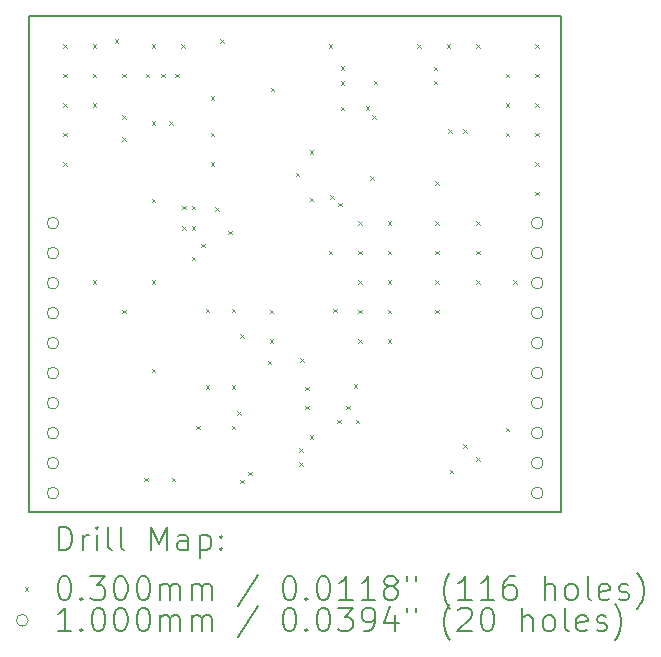
<source format=gbr>
%TF.GenerationSoftware,KiCad,Pcbnew,8.0.8*%
%TF.CreationDate,2025-06-14T11:12:51+09:00*%
%TF.ProjectId,stm32c0_fdcan_module,73746d33-3263-4305-9f66-6463616e5f6d,rev?*%
%TF.SameCoordinates,Original*%
%TF.FileFunction,Drillmap*%
%TF.FilePolarity,Positive*%
%FSLAX45Y45*%
G04 Gerber Fmt 4.5, Leading zero omitted, Abs format (unit mm)*
G04 Created by KiCad (PCBNEW 8.0.8) date 2025-06-14 11:12:51*
%MOMM*%
%LPD*%
G01*
G04 APERTURE LIST*
%ADD10C,0.200000*%
%ADD11C,0.100000*%
G04 APERTURE END LIST*
D10*
X10200000Y-7000000D02*
X14700000Y-7000000D01*
X14700000Y-11200000D01*
X10200000Y-11200000D01*
X10200000Y-7000000D01*
D11*
X10485000Y-7235000D02*
X10515000Y-7265000D01*
X10515000Y-7235000D02*
X10485000Y-7265000D01*
X10485000Y-7485000D02*
X10515000Y-7515000D01*
X10515000Y-7485000D02*
X10485000Y-7515000D01*
X10485000Y-7735000D02*
X10515000Y-7765000D01*
X10515000Y-7735000D02*
X10485000Y-7765000D01*
X10485000Y-7985000D02*
X10515000Y-8015000D01*
X10515000Y-7985000D02*
X10485000Y-8015000D01*
X10485000Y-8235000D02*
X10515000Y-8265000D01*
X10515000Y-8235000D02*
X10485000Y-8265000D01*
X10735000Y-7235000D02*
X10765000Y-7265000D01*
X10765000Y-7235000D02*
X10735000Y-7265000D01*
X10735000Y-7485000D02*
X10765000Y-7515000D01*
X10765000Y-7485000D02*
X10735000Y-7515000D01*
X10735000Y-7735000D02*
X10765000Y-7765000D01*
X10765000Y-7735000D02*
X10735000Y-7765000D01*
X10735000Y-9235000D02*
X10765000Y-9265000D01*
X10765000Y-9235000D02*
X10735000Y-9265000D01*
X10925000Y-7195000D02*
X10955000Y-7225000D01*
X10955000Y-7195000D02*
X10925000Y-7225000D01*
X10985000Y-7485000D02*
X11015000Y-7515000D01*
X11015000Y-7485000D02*
X10985000Y-7515000D01*
X10985000Y-7835000D02*
X11015000Y-7865000D01*
X11015000Y-7835000D02*
X10985000Y-7865000D01*
X10985000Y-8025000D02*
X11015000Y-8055000D01*
X11015000Y-8025000D02*
X10985000Y-8055000D01*
X10985000Y-9485000D02*
X11015000Y-9515000D01*
X11015000Y-9485000D02*
X10985000Y-9515000D01*
X11175000Y-10905000D02*
X11205000Y-10935000D01*
X11205000Y-10905000D02*
X11175000Y-10935000D01*
X11185000Y-7485000D02*
X11215000Y-7515000D01*
X11215000Y-7485000D02*
X11185000Y-7515000D01*
X11235000Y-7235000D02*
X11265000Y-7265000D01*
X11265000Y-7235000D02*
X11235000Y-7265000D01*
X11235000Y-7887500D02*
X11265000Y-7917500D01*
X11265000Y-7887500D02*
X11235000Y-7917500D01*
X11235000Y-8545000D02*
X11265000Y-8575000D01*
X11265000Y-8545000D02*
X11235000Y-8575000D01*
X11235000Y-9235000D02*
X11265000Y-9265000D01*
X11265000Y-9235000D02*
X11235000Y-9265000D01*
X11235000Y-9985000D02*
X11265000Y-10015000D01*
X11265000Y-9985000D02*
X11235000Y-10015000D01*
X11315000Y-7485000D02*
X11345000Y-7515000D01*
X11345000Y-7485000D02*
X11315000Y-7515000D01*
X11385000Y-7890000D02*
X11415000Y-7920000D01*
X11415000Y-7890000D02*
X11385000Y-7920000D01*
X11405000Y-10905000D02*
X11435000Y-10935000D01*
X11435000Y-10905000D02*
X11405000Y-10935000D01*
X11435000Y-7485000D02*
X11465000Y-7515000D01*
X11465000Y-7485000D02*
X11435000Y-7515000D01*
X11485000Y-7235000D02*
X11515000Y-7265000D01*
X11515000Y-7235000D02*
X11485000Y-7265000D01*
X11495000Y-8605000D02*
X11525000Y-8635000D01*
X11525000Y-8605000D02*
X11495000Y-8635000D01*
X11495000Y-8775000D02*
X11525000Y-8805000D01*
X11525000Y-8775000D02*
X11495000Y-8805000D01*
X11575000Y-8605000D02*
X11605000Y-8635000D01*
X11605000Y-8605000D02*
X11575000Y-8635000D01*
X11575000Y-8775000D02*
X11605000Y-8805000D01*
X11605000Y-8775000D02*
X11575000Y-8805000D01*
X11575000Y-9035000D02*
X11605000Y-9065000D01*
X11605000Y-9035000D02*
X11575000Y-9065000D01*
X11615000Y-10465000D02*
X11645000Y-10495000D01*
X11645000Y-10465000D02*
X11615000Y-10495000D01*
X11655000Y-8925000D02*
X11685000Y-8955000D01*
X11685000Y-8925000D02*
X11655000Y-8955000D01*
X11695000Y-9475000D02*
X11725000Y-9505000D01*
X11725000Y-9475000D02*
X11695000Y-9505000D01*
X11695000Y-10125000D02*
X11725000Y-10155000D01*
X11725000Y-10125000D02*
X11695000Y-10155000D01*
X11735000Y-7675000D02*
X11765000Y-7705000D01*
X11765000Y-7675000D02*
X11735000Y-7705000D01*
X11735000Y-7985000D02*
X11765000Y-8015000D01*
X11765000Y-7985000D02*
X11735000Y-8015000D01*
X11735000Y-8235000D02*
X11765000Y-8265000D01*
X11765000Y-8235000D02*
X11735000Y-8265000D01*
X11772500Y-8615000D02*
X11802500Y-8645000D01*
X11802500Y-8615000D02*
X11772500Y-8645000D01*
X11815000Y-7195000D02*
X11845000Y-7225000D01*
X11845000Y-7195000D02*
X11815000Y-7225000D01*
X11885000Y-8815000D02*
X11915000Y-8845000D01*
X11915000Y-8815000D02*
X11885000Y-8845000D01*
X11915000Y-9475000D02*
X11945000Y-9505000D01*
X11945000Y-9475000D02*
X11915000Y-9505000D01*
X11915000Y-10125000D02*
X11945000Y-10155000D01*
X11945000Y-10125000D02*
X11915000Y-10155000D01*
X11915000Y-10465000D02*
X11945000Y-10495000D01*
X11945000Y-10465000D02*
X11915000Y-10495000D01*
X11962500Y-10342500D02*
X11992500Y-10372500D01*
X11992500Y-10342500D02*
X11962500Y-10372500D01*
X11985000Y-10925000D02*
X12015000Y-10955000D01*
X12015000Y-10925000D02*
X11985000Y-10955000D01*
X11987500Y-9692500D02*
X12017500Y-9722500D01*
X12017500Y-9692500D02*
X11987500Y-9722500D01*
X12055000Y-10855000D02*
X12085000Y-10885000D01*
X12085000Y-10855000D02*
X12055000Y-10885000D01*
X12220000Y-9917500D02*
X12250000Y-9947500D01*
X12250000Y-9917500D02*
X12220000Y-9947500D01*
X12235000Y-9485000D02*
X12265000Y-9515000D01*
X12265000Y-9485000D02*
X12235000Y-9515000D01*
X12235000Y-9735000D02*
X12265000Y-9765000D01*
X12265000Y-9735000D02*
X12235000Y-9765000D01*
X12245000Y-7605000D02*
X12275000Y-7635000D01*
X12275000Y-7605000D02*
X12245000Y-7635000D01*
X12455000Y-8325000D02*
X12485000Y-8355000D01*
X12485000Y-8325000D02*
X12455000Y-8355000D01*
X12485000Y-10655000D02*
X12515000Y-10685000D01*
X12515000Y-10655000D02*
X12485000Y-10685000D01*
X12485000Y-10775000D02*
X12515000Y-10805000D01*
X12515000Y-10775000D02*
X12485000Y-10805000D01*
X12495000Y-9895000D02*
X12525000Y-9925000D01*
X12525000Y-9895000D02*
X12495000Y-9925000D01*
X12535000Y-10135000D02*
X12565000Y-10165000D01*
X12565000Y-10135000D02*
X12535000Y-10165000D01*
X12535000Y-10295000D02*
X12565000Y-10325000D01*
X12565000Y-10295000D02*
X12535000Y-10325000D01*
X12575000Y-8135000D02*
X12605000Y-8165000D01*
X12605000Y-8135000D02*
X12575000Y-8165000D01*
X12575000Y-8535000D02*
X12605000Y-8565000D01*
X12605000Y-8535000D02*
X12575000Y-8565000D01*
X12575000Y-10545000D02*
X12605000Y-10575000D01*
X12605000Y-10545000D02*
X12575000Y-10575000D01*
X12735000Y-7235000D02*
X12765000Y-7265000D01*
X12765000Y-7235000D02*
X12735000Y-7265000D01*
X12735000Y-8985000D02*
X12765000Y-9015000D01*
X12765000Y-8985000D02*
X12735000Y-9015000D01*
X12746867Y-8515000D02*
X12776867Y-8545000D01*
X12776867Y-8515000D02*
X12746867Y-8545000D01*
X12775000Y-9475000D02*
X12805000Y-9505000D01*
X12805000Y-9475000D02*
X12775000Y-9505000D01*
X12805000Y-10415000D02*
X12835000Y-10445000D01*
X12835000Y-10415000D02*
X12805000Y-10445000D01*
X12815000Y-8576421D02*
X12845000Y-8606421D01*
X12845000Y-8576421D02*
X12815000Y-8606421D01*
X12835000Y-7422500D02*
X12865000Y-7452500D01*
X12865000Y-7422500D02*
X12835000Y-7452500D01*
X12835000Y-7547500D02*
X12865000Y-7577500D01*
X12865000Y-7547500D02*
X12835000Y-7577500D01*
X12835000Y-7765000D02*
X12865000Y-7795000D01*
X12865000Y-7765000D02*
X12835000Y-7795000D01*
X12885000Y-10295000D02*
X12915000Y-10325000D01*
X12915000Y-10295000D02*
X12885000Y-10325000D01*
X12945000Y-10115000D02*
X12975000Y-10145000D01*
X12975000Y-10115000D02*
X12945000Y-10145000D01*
X12965000Y-10415000D02*
X12995000Y-10445000D01*
X12995000Y-10415000D02*
X12965000Y-10445000D01*
X12985000Y-8735000D02*
X13015000Y-8765000D01*
X13015000Y-8735000D02*
X12985000Y-8765000D01*
X12985000Y-8985000D02*
X13015000Y-9015000D01*
X13015000Y-8985000D02*
X12985000Y-9015000D01*
X12985000Y-9235000D02*
X13015000Y-9265000D01*
X13015000Y-9235000D02*
X12985000Y-9265000D01*
X12985000Y-9485000D02*
X13015000Y-9515000D01*
X13015000Y-9485000D02*
X12985000Y-9515000D01*
X12985000Y-9735000D02*
X13015000Y-9765000D01*
X13015000Y-9735000D02*
X12985000Y-9765000D01*
X13049278Y-7760722D02*
X13079278Y-7790722D01*
X13079278Y-7760722D02*
X13049278Y-7790722D01*
X13085000Y-8355000D02*
X13115000Y-8385000D01*
X13115000Y-8355000D02*
X13085000Y-8385000D01*
X13105000Y-7835000D02*
X13135000Y-7865000D01*
X13135000Y-7835000D02*
X13105000Y-7865000D01*
X13115000Y-7545000D02*
X13145000Y-7575000D01*
X13145000Y-7545000D02*
X13115000Y-7575000D01*
X13235000Y-8735000D02*
X13265000Y-8765000D01*
X13265000Y-8735000D02*
X13235000Y-8765000D01*
X13235000Y-8985000D02*
X13265000Y-9015000D01*
X13265000Y-8985000D02*
X13235000Y-9015000D01*
X13235000Y-9235000D02*
X13265000Y-9265000D01*
X13265000Y-9235000D02*
X13235000Y-9265000D01*
X13235000Y-9485000D02*
X13265000Y-9515000D01*
X13265000Y-9485000D02*
X13235000Y-9515000D01*
X13235000Y-9735000D02*
X13265000Y-9765000D01*
X13265000Y-9735000D02*
X13235000Y-9765000D01*
X13485000Y-7235000D02*
X13515000Y-7265000D01*
X13515000Y-7235000D02*
X13485000Y-7265000D01*
X13625000Y-7425000D02*
X13655000Y-7455000D01*
X13655000Y-7425000D02*
X13625000Y-7455000D01*
X13625000Y-7545000D02*
X13655000Y-7575000D01*
X13655000Y-7545000D02*
X13625000Y-7575000D01*
X13635000Y-8395000D02*
X13665000Y-8425000D01*
X13665000Y-8395000D02*
X13635000Y-8425000D01*
X13635000Y-8735000D02*
X13665000Y-8765000D01*
X13665000Y-8735000D02*
X13635000Y-8765000D01*
X13635000Y-8985000D02*
X13665000Y-9015000D01*
X13665000Y-8985000D02*
X13635000Y-9015000D01*
X13635000Y-9235000D02*
X13665000Y-9265000D01*
X13665000Y-9235000D02*
X13635000Y-9265000D01*
X13635000Y-9485000D02*
X13665000Y-9515000D01*
X13665000Y-9485000D02*
X13635000Y-9515000D01*
X13735000Y-7235000D02*
X13765000Y-7265000D01*
X13765000Y-7235000D02*
X13735000Y-7265000D01*
X13747500Y-7955000D02*
X13777500Y-7985000D01*
X13777500Y-7955000D02*
X13747500Y-7985000D01*
X13760000Y-10840000D02*
X13790000Y-10870000D01*
X13790000Y-10840000D02*
X13760000Y-10870000D01*
X13872500Y-7955000D02*
X13902500Y-7985000D01*
X13902500Y-7955000D02*
X13872500Y-7985000D01*
X13875000Y-10625000D02*
X13905000Y-10655000D01*
X13905000Y-10625000D02*
X13875000Y-10655000D01*
X13985000Y-7235000D02*
X14015000Y-7265000D01*
X14015000Y-7235000D02*
X13985000Y-7265000D01*
X13985000Y-8735000D02*
X14015000Y-8765000D01*
X14015000Y-8735000D02*
X13985000Y-8765000D01*
X13985000Y-8985000D02*
X14015000Y-9015000D01*
X14015000Y-8985000D02*
X13985000Y-9015000D01*
X13985000Y-9235000D02*
X14015000Y-9265000D01*
X14015000Y-9235000D02*
X13985000Y-9265000D01*
X13985000Y-10735000D02*
X14015000Y-10765000D01*
X14015000Y-10735000D02*
X13985000Y-10765000D01*
X14235000Y-7485000D02*
X14265000Y-7515000D01*
X14265000Y-7485000D02*
X14235000Y-7515000D01*
X14235000Y-7735000D02*
X14265000Y-7765000D01*
X14265000Y-7735000D02*
X14235000Y-7765000D01*
X14235000Y-7985000D02*
X14265000Y-8015000D01*
X14265000Y-7985000D02*
X14235000Y-8015000D01*
X14235000Y-10485000D02*
X14265000Y-10515000D01*
X14265000Y-10485000D02*
X14235000Y-10515000D01*
X14295000Y-9235000D02*
X14325000Y-9265000D01*
X14325000Y-9235000D02*
X14295000Y-9265000D01*
X14485000Y-7235000D02*
X14515000Y-7265000D01*
X14515000Y-7235000D02*
X14485000Y-7265000D01*
X14485000Y-7485000D02*
X14515000Y-7515000D01*
X14515000Y-7485000D02*
X14485000Y-7515000D01*
X14485000Y-7735000D02*
X14515000Y-7765000D01*
X14515000Y-7735000D02*
X14485000Y-7765000D01*
X14485000Y-7985000D02*
X14515000Y-8015000D01*
X14515000Y-7985000D02*
X14485000Y-8015000D01*
X14485000Y-8235000D02*
X14515000Y-8265000D01*
X14515000Y-8235000D02*
X14485000Y-8265000D01*
X14485000Y-8485000D02*
X14515000Y-8515000D01*
X14515000Y-8485000D02*
X14485000Y-8515000D01*
X10450000Y-8750000D02*
G75*
G02*
X10350000Y-8750000I-50000J0D01*
G01*
X10350000Y-8750000D02*
G75*
G02*
X10450000Y-8750000I50000J0D01*
G01*
X10450000Y-9004000D02*
G75*
G02*
X10350000Y-9004000I-50000J0D01*
G01*
X10350000Y-9004000D02*
G75*
G02*
X10450000Y-9004000I50000J0D01*
G01*
X10450000Y-9258000D02*
G75*
G02*
X10350000Y-9258000I-50000J0D01*
G01*
X10350000Y-9258000D02*
G75*
G02*
X10450000Y-9258000I50000J0D01*
G01*
X10450000Y-9512000D02*
G75*
G02*
X10350000Y-9512000I-50000J0D01*
G01*
X10350000Y-9512000D02*
G75*
G02*
X10450000Y-9512000I50000J0D01*
G01*
X10450000Y-9766000D02*
G75*
G02*
X10350000Y-9766000I-50000J0D01*
G01*
X10350000Y-9766000D02*
G75*
G02*
X10450000Y-9766000I50000J0D01*
G01*
X10450000Y-10020000D02*
G75*
G02*
X10350000Y-10020000I-50000J0D01*
G01*
X10350000Y-10020000D02*
G75*
G02*
X10450000Y-10020000I50000J0D01*
G01*
X10450000Y-10274000D02*
G75*
G02*
X10350000Y-10274000I-50000J0D01*
G01*
X10350000Y-10274000D02*
G75*
G02*
X10450000Y-10274000I50000J0D01*
G01*
X10450000Y-10528000D02*
G75*
G02*
X10350000Y-10528000I-50000J0D01*
G01*
X10350000Y-10528000D02*
G75*
G02*
X10450000Y-10528000I50000J0D01*
G01*
X10450000Y-10782000D02*
G75*
G02*
X10350000Y-10782000I-50000J0D01*
G01*
X10350000Y-10782000D02*
G75*
G02*
X10450000Y-10782000I50000J0D01*
G01*
X10450000Y-11036000D02*
G75*
G02*
X10350000Y-11036000I-50000J0D01*
G01*
X10350000Y-11036000D02*
G75*
G02*
X10450000Y-11036000I50000J0D01*
G01*
X14550000Y-8750000D02*
G75*
G02*
X14450000Y-8750000I-50000J0D01*
G01*
X14450000Y-8750000D02*
G75*
G02*
X14550000Y-8750000I50000J0D01*
G01*
X14550000Y-9004000D02*
G75*
G02*
X14450000Y-9004000I-50000J0D01*
G01*
X14450000Y-9004000D02*
G75*
G02*
X14550000Y-9004000I50000J0D01*
G01*
X14550000Y-9258000D02*
G75*
G02*
X14450000Y-9258000I-50000J0D01*
G01*
X14450000Y-9258000D02*
G75*
G02*
X14550000Y-9258000I50000J0D01*
G01*
X14550000Y-9512000D02*
G75*
G02*
X14450000Y-9512000I-50000J0D01*
G01*
X14450000Y-9512000D02*
G75*
G02*
X14550000Y-9512000I50000J0D01*
G01*
X14550000Y-9766000D02*
G75*
G02*
X14450000Y-9766000I-50000J0D01*
G01*
X14450000Y-9766000D02*
G75*
G02*
X14550000Y-9766000I50000J0D01*
G01*
X14550000Y-10020000D02*
G75*
G02*
X14450000Y-10020000I-50000J0D01*
G01*
X14450000Y-10020000D02*
G75*
G02*
X14550000Y-10020000I50000J0D01*
G01*
X14550000Y-10274000D02*
G75*
G02*
X14450000Y-10274000I-50000J0D01*
G01*
X14450000Y-10274000D02*
G75*
G02*
X14550000Y-10274000I50000J0D01*
G01*
X14550000Y-10528000D02*
G75*
G02*
X14450000Y-10528000I-50000J0D01*
G01*
X14450000Y-10528000D02*
G75*
G02*
X14550000Y-10528000I50000J0D01*
G01*
X14550000Y-10782000D02*
G75*
G02*
X14450000Y-10782000I-50000J0D01*
G01*
X14450000Y-10782000D02*
G75*
G02*
X14550000Y-10782000I50000J0D01*
G01*
X14550000Y-11036000D02*
G75*
G02*
X14450000Y-11036000I-50000J0D01*
G01*
X14450000Y-11036000D02*
G75*
G02*
X14550000Y-11036000I50000J0D01*
G01*
D10*
X10450777Y-11521484D02*
X10450777Y-11321484D01*
X10450777Y-11321484D02*
X10498396Y-11321484D01*
X10498396Y-11321484D02*
X10526967Y-11331008D01*
X10526967Y-11331008D02*
X10546015Y-11350055D01*
X10546015Y-11350055D02*
X10555539Y-11369103D01*
X10555539Y-11369103D02*
X10565063Y-11407198D01*
X10565063Y-11407198D02*
X10565063Y-11435769D01*
X10565063Y-11435769D02*
X10555539Y-11473865D01*
X10555539Y-11473865D02*
X10546015Y-11492912D01*
X10546015Y-11492912D02*
X10526967Y-11511960D01*
X10526967Y-11511960D02*
X10498396Y-11521484D01*
X10498396Y-11521484D02*
X10450777Y-11521484D01*
X10650777Y-11521484D02*
X10650777Y-11388150D01*
X10650777Y-11426246D02*
X10660301Y-11407198D01*
X10660301Y-11407198D02*
X10669824Y-11397674D01*
X10669824Y-11397674D02*
X10688872Y-11388150D01*
X10688872Y-11388150D02*
X10707920Y-11388150D01*
X10774586Y-11521484D02*
X10774586Y-11388150D01*
X10774586Y-11321484D02*
X10765063Y-11331008D01*
X10765063Y-11331008D02*
X10774586Y-11340531D01*
X10774586Y-11340531D02*
X10784110Y-11331008D01*
X10784110Y-11331008D02*
X10774586Y-11321484D01*
X10774586Y-11321484D02*
X10774586Y-11340531D01*
X10898396Y-11521484D02*
X10879348Y-11511960D01*
X10879348Y-11511960D02*
X10869824Y-11492912D01*
X10869824Y-11492912D02*
X10869824Y-11321484D01*
X11003158Y-11521484D02*
X10984110Y-11511960D01*
X10984110Y-11511960D02*
X10974586Y-11492912D01*
X10974586Y-11492912D02*
X10974586Y-11321484D01*
X11231729Y-11521484D02*
X11231729Y-11321484D01*
X11231729Y-11321484D02*
X11298396Y-11464341D01*
X11298396Y-11464341D02*
X11365062Y-11321484D01*
X11365062Y-11321484D02*
X11365062Y-11521484D01*
X11546015Y-11521484D02*
X11546015Y-11416722D01*
X11546015Y-11416722D02*
X11536491Y-11397674D01*
X11536491Y-11397674D02*
X11517443Y-11388150D01*
X11517443Y-11388150D02*
X11479348Y-11388150D01*
X11479348Y-11388150D02*
X11460301Y-11397674D01*
X11546015Y-11511960D02*
X11526967Y-11521484D01*
X11526967Y-11521484D02*
X11479348Y-11521484D01*
X11479348Y-11521484D02*
X11460301Y-11511960D01*
X11460301Y-11511960D02*
X11450777Y-11492912D01*
X11450777Y-11492912D02*
X11450777Y-11473865D01*
X11450777Y-11473865D02*
X11460301Y-11454817D01*
X11460301Y-11454817D02*
X11479348Y-11445293D01*
X11479348Y-11445293D02*
X11526967Y-11445293D01*
X11526967Y-11445293D02*
X11546015Y-11435769D01*
X11641253Y-11388150D02*
X11641253Y-11588150D01*
X11641253Y-11397674D02*
X11660301Y-11388150D01*
X11660301Y-11388150D02*
X11698396Y-11388150D01*
X11698396Y-11388150D02*
X11717443Y-11397674D01*
X11717443Y-11397674D02*
X11726967Y-11407198D01*
X11726967Y-11407198D02*
X11736491Y-11426246D01*
X11736491Y-11426246D02*
X11736491Y-11483388D01*
X11736491Y-11483388D02*
X11726967Y-11502436D01*
X11726967Y-11502436D02*
X11717443Y-11511960D01*
X11717443Y-11511960D02*
X11698396Y-11521484D01*
X11698396Y-11521484D02*
X11660301Y-11521484D01*
X11660301Y-11521484D02*
X11641253Y-11511960D01*
X11822205Y-11502436D02*
X11831729Y-11511960D01*
X11831729Y-11511960D02*
X11822205Y-11521484D01*
X11822205Y-11521484D02*
X11812682Y-11511960D01*
X11812682Y-11511960D02*
X11822205Y-11502436D01*
X11822205Y-11502436D02*
X11822205Y-11521484D01*
X11822205Y-11397674D02*
X11831729Y-11407198D01*
X11831729Y-11407198D02*
X11822205Y-11416722D01*
X11822205Y-11416722D02*
X11812682Y-11407198D01*
X11812682Y-11407198D02*
X11822205Y-11397674D01*
X11822205Y-11397674D02*
X11822205Y-11416722D01*
D11*
X10160000Y-11835000D02*
X10190000Y-11865000D01*
X10190000Y-11835000D02*
X10160000Y-11865000D01*
D10*
X10488872Y-11741484D02*
X10507920Y-11741484D01*
X10507920Y-11741484D02*
X10526967Y-11751008D01*
X10526967Y-11751008D02*
X10536491Y-11760531D01*
X10536491Y-11760531D02*
X10546015Y-11779579D01*
X10546015Y-11779579D02*
X10555539Y-11817674D01*
X10555539Y-11817674D02*
X10555539Y-11865293D01*
X10555539Y-11865293D02*
X10546015Y-11903388D01*
X10546015Y-11903388D02*
X10536491Y-11922436D01*
X10536491Y-11922436D02*
X10526967Y-11931960D01*
X10526967Y-11931960D02*
X10507920Y-11941484D01*
X10507920Y-11941484D02*
X10488872Y-11941484D01*
X10488872Y-11941484D02*
X10469824Y-11931960D01*
X10469824Y-11931960D02*
X10460301Y-11922436D01*
X10460301Y-11922436D02*
X10450777Y-11903388D01*
X10450777Y-11903388D02*
X10441253Y-11865293D01*
X10441253Y-11865293D02*
X10441253Y-11817674D01*
X10441253Y-11817674D02*
X10450777Y-11779579D01*
X10450777Y-11779579D02*
X10460301Y-11760531D01*
X10460301Y-11760531D02*
X10469824Y-11751008D01*
X10469824Y-11751008D02*
X10488872Y-11741484D01*
X10641253Y-11922436D02*
X10650777Y-11931960D01*
X10650777Y-11931960D02*
X10641253Y-11941484D01*
X10641253Y-11941484D02*
X10631729Y-11931960D01*
X10631729Y-11931960D02*
X10641253Y-11922436D01*
X10641253Y-11922436D02*
X10641253Y-11941484D01*
X10717444Y-11741484D02*
X10841253Y-11741484D01*
X10841253Y-11741484D02*
X10774586Y-11817674D01*
X10774586Y-11817674D02*
X10803158Y-11817674D01*
X10803158Y-11817674D02*
X10822205Y-11827198D01*
X10822205Y-11827198D02*
X10831729Y-11836722D01*
X10831729Y-11836722D02*
X10841253Y-11855769D01*
X10841253Y-11855769D02*
X10841253Y-11903388D01*
X10841253Y-11903388D02*
X10831729Y-11922436D01*
X10831729Y-11922436D02*
X10822205Y-11931960D01*
X10822205Y-11931960D02*
X10803158Y-11941484D01*
X10803158Y-11941484D02*
X10746015Y-11941484D01*
X10746015Y-11941484D02*
X10726967Y-11931960D01*
X10726967Y-11931960D02*
X10717444Y-11922436D01*
X10965063Y-11741484D02*
X10984110Y-11741484D01*
X10984110Y-11741484D02*
X11003158Y-11751008D01*
X11003158Y-11751008D02*
X11012682Y-11760531D01*
X11012682Y-11760531D02*
X11022205Y-11779579D01*
X11022205Y-11779579D02*
X11031729Y-11817674D01*
X11031729Y-11817674D02*
X11031729Y-11865293D01*
X11031729Y-11865293D02*
X11022205Y-11903388D01*
X11022205Y-11903388D02*
X11012682Y-11922436D01*
X11012682Y-11922436D02*
X11003158Y-11931960D01*
X11003158Y-11931960D02*
X10984110Y-11941484D01*
X10984110Y-11941484D02*
X10965063Y-11941484D01*
X10965063Y-11941484D02*
X10946015Y-11931960D01*
X10946015Y-11931960D02*
X10936491Y-11922436D01*
X10936491Y-11922436D02*
X10926967Y-11903388D01*
X10926967Y-11903388D02*
X10917444Y-11865293D01*
X10917444Y-11865293D02*
X10917444Y-11817674D01*
X10917444Y-11817674D02*
X10926967Y-11779579D01*
X10926967Y-11779579D02*
X10936491Y-11760531D01*
X10936491Y-11760531D02*
X10946015Y-11751008D01*
X10946015Y-11751008D02*
X10965063Y-11741484D01*
X11155539Y-11741484D02*
X11174586Y-11741484D01*
X11174586Y-11741484D02*
X11193634Y-11751008D01*
X11193634Y-11751008D02*
X11203158Y-11760531D01*
X11203158Y-11760531D02*
X11212682Y-11779579D01*
X11212682Y-11779579D02*
X11222205Y-11817674D01*
X11222205Y-11817674D02*
X11222205Y-11865293D01*
X11222205Y-11865293D02*
X11212682Y-11903388D01*
X11212682Y-11903388D02*
X11203158Y-11922436D01*
X11203158Y-11922436D02*
X11193634Y-11931960D01*
X11193634Y-11931960D02*
X11174586Y-11941484D01*
X11174586Y-11941484D02*
X11155539Y-11941484D01*
X11155539Y-11941484D02*
X11136491Y-11931960D01*
X11136491Y-11931960D02*
X11126967Y-11922436D01*
X11126967Y-11922436D02*
X11117444Y-11903388D01*
X11117444Y-11903388D02*
X11107920Y-11865293D01*
X11107920Y-11865293D02*
X11107920Y-11817674D01*
X11107920Y-11817674D02*
X11117444Y-11779579D01*
X11117444Y-11779579D02*
X11126967Y-11760531D01*
X11126967Y-11760531D02*
X11136491Y-11751008D01*
X11136491Y-11751008D02*
X11155539Y-11741484D01*
X11307920Y-11941484D02*
X11307920Y-11808150D01*
X11307920Y-11827198D02*
X11317443Y-11817674D01*
X11317443Y-11817674D02*
X11336491Y-11808150D01*
X11336491Y-11808150D02*
X11365063Y-11808150D01*
X11365063Y-11808150D02*
X11384110Y-11817674D01*
X11384110Y-11817674D02*
X11393634Y-11836722D01*
X11393634Y-11836722D02*
X11393634Y-11941484D01*
X11393634Y-11836722D02*
X11403158Y-11817674D01*
X11403158Y-11817674D02*
X11422205Y-11808150D01*
X11422205Y-11808150D02*
X11450777Y-11808150D01*
X11450777Y-11808150D02*
X11469824Y-11817674D01*
X11469824Y-11817674D02*
X11479348Y-11836722D01*
X11479348Y-11836722D02*
X11479348Y-11941484D01*
X11574586Y-11941484D02*
X11574586Y-11808150D01*
X11574586Y-11827198D02*
X11584110Y-11817674D01*
X11584110Y-11817674D02*
X11603158Y-11808150D01*
X11603158Y-11808150D02*
X11631729Y-11808150D01*
X11631729Y-11808150D02*
X11650777Y-11817674D01*
X11650777Y-11817674D02*
X11660301Y-11836722D01*
X11660301Y-11836722D02*
X11660301Y-11941484D01*
X11660301Y-11836722D02*
X11669824Y-11817674D01*
X11669824Y-11817674D02*
X11688872Y-11808150D01*
X11688872Y-11808150D02*
X11717443Y-11808150D01*
X11717443Y-11808150D02*
X11736491Y-11817674D01*
X11736491Y-11817674D02*
X11746015Y-11836722D01*
X11746015Y-11836722D02*
X11746015Y-11941484D01*
X12136491Y-11731960D02*
X11965063Y-11989103D01*
X12393634Y-11741484D02*
X12412682Y-11741484D01*
X12412682Y-11741484D02*
X12431729Y-11751008D01*
X12431729Y-11751008D02*
X12441253Y-11760531D01*
X12441253Y-11760531D02*
X12450777Y-11779579D01*
X12450777Y-11779579D02*
X12460301Y-11817674D01*
X12460301Y-11817674D02*
X12460301Y-11865293D01*
X12460301Y-11865293D02*
X12450777Y-11903388D01*
X12450777Y-11903388D02*
X12441253Y-11922436D01*
X12441253Y-11922436D02*
X12431729Y-11931960D01*
X12431729Y-11931960D02*
X12412682Y-11941484D01*
X12412682Y-11941484D02*
X12393634Y-11941484D01*
X12393634Y-11941484D02*
X12374586Y-11931960D01*
X12374586Y-11931960D02*
X12365063Y-11922436D01*
X12365063Y-11922436D02*
X12355539Y-11903388D01*
X12355539Y-11903388D02*
X12346015Y-11865293D01*
X12346015Y-11865293D02*
X12346015Y-11817674D01*
X12346015Y-11817674D02*
X12355539Y-11779579D01*
X12355539Y-11779579D02*
X12365063Y-11760531D01*
X12365063Y-11760531D02*
X12374586Y-11751008D01*
X12374586Y-11751008D02*
X12393634Y-11741484D01*
X12546015Y-11922436D02*
X12555539Y-11931960D01*
X12555539Y-11931960D02*
X12546015Y-11941484D01*
X12546015Y-11941484D02*
X12536491Y-11931960D01*
X12536491Y-11931960D02*
X12546015Y-11922436D01*
X12546015Y-11922436D02*
X12546015Y-11941484D01*
X12679348Y-11741484D02*
X12698396Y-11741484D01*
X12698396Y-11741484D02*
X12717444Y-11751008D01*
X12717444Y-11751008D02*
X12726967Y-11760531D01*
X12726967Y-11760531D02*
X12736491Y-11779579D01*
X12736491Y-11779579D02*
X12746015Y-11817674D01*
X12746015Y-11817674D02*
X12746015Y-11865293D01*
X12746015Y-11865293D02*
X12736491Y-11903388D01*
X12736491Y-11903388D02*
X12726967Y-11922436D01*
X12726967Y-11922436D02*
X12717444Y-11931960D01*
X12717444Y-11931960D02*
X12698396Y-11941484D01*
X12698396Y-11941484D02*
X12679348Y-11941484D01*
X12679348Y-11941484D02*
X12660301Y-11931960D01*
X12660301Y-11931960D02*
X12650777Y-11922436D01*
X12650777Y-11922436D02*
X12641253Y-11903388D01*
X12641253Y-11903388D02*
X12631729Y-11865293D01*
X12631729Y-11865293D02*
X12631729Y-11817674D01*
X12631729Y-11817674D02*
X12641253Y-11779579D01*
X12641253Y-11779579D02*
X12650777Y-11760531D01*
X12650777Y-11760531D02*
X12660301Y-11751008D01*
X12660301Y-11751008D02*
X12679348Y-11741484D01*
X12936491Y-11941484D02*
X12822206Y-11941484D01*
X12879348Y-11941484D02*
X12879348Y-11741484D01*
X12879348Y-11741484D02*
X12860301Y-11770055D01*
X12860301Y-11770055D02*
X12841253Y-11789103D01*
X12841253Y-11789103D02*
X12822206Y-11798627D01*
X13126967Y-11941484D02*
X13012682Y-11941484D01*
X13069825Y-11941484D02*
X13069825Y-11741484D01*
X13069825Y-11741484D02*
X13050777Y-11770055D01*
X13050777Y-11770055D02*
X13031729Y-11789103D01*
X13031729Y-11789103D02*
X13012682Y-11798627D01*
X13241253Y-11827198D02*
X13222206Y-11817674D01*
X13222206Y-11817674D02*
X13212682Y-11808150D01*
X13212682Y-11808150D02*
X13203158Y-11789103D01*
X13203158Y-11789103D02*
X13203158Y-11779579D01*
X13203158Y-11779579D02*
X13212682Y-11760531D01*
X13212682Y-11760531D02*
X13222206Y-11751008D01*
X13222206Y-11751008D02*
X13241253Y-11741484D01*
X13241253Y-11741484D02*
X13279348Y-11741484D01*
X13279348Y-11741484D02*
X13298396Y-11751008D01*
X13298396Y-11751008D02*
X13307920Y-11760531D01*
X13307920Y-11760531D02*
X13317444Y-11779579D01*
X13317444Y-11779579D02*
X13317444Y-11789103D01*
X13317444Y-11789103D02*
X13307920Y-11808150D01*
X13307920Y-11808150D02*
X13298396Y-11817674D01*
X13298396Y-11817674D02*
X13279348Y-11827198D01*
X13279348Y-11827198D02*
X13241253Y-11827198D01*
X13241253Y-11827198D02*
X13222206Y-11836722D01*
X13222206Y-11836722D02*
X13212682Y-11846246D01*
X13212682Y-11846246D02*
X13203158Y-11865293D01*
X13203158Y-11865293D02*
X13203158Y-11903388D01*
X13203158Y-11903388D02*
X13212682Y-11922436D01*
X13212682Y-11922436D02*
X13222206Y-11931960D01*
X13222206Y-11931960D02*
X13241253Y-11941484D01*
X13241253Y-11941484D02*
X13279348Y-11941484D01*
X13279348Y-11941484D02*
X13298396Y-11931960D01*
X13298396Y-11931960D02*
X13307920Y-11922436D01*
X13307920Y-11922436D02*
X13317444Y-11903388D01*
X13317444Y-11903388D02*
X13317444Y-11865293D01*
X13317444Y-11865293D02*
X13307920Y-11846246D01*
X13307920Y-11846246D02*
X13298396Y-11836722D01*
X13298396Y-11836722D02*
X13279348Y-11827198D01*
X13393634Y-11741484D02*
X13393634Y-11779579D01*
X13469825Y-11741484D02*
X13469825Y-11779579D01*
X13765063Y-12017674D02*
X13755539Y-12008150D01*
X13755539Y-12008150D02*
X13736491Y-11979579D01*
X13736491Y-11979579D02*
X13726968Y-11960531D01*
X13726968Y-11960531D02*
X13717444Y-11931960D01*
X13717444Y-11931960D02*
X13707920Y-11884341D01*
X13707920Y-11884341D02*
X13707920Y-11846246D01*
X13707920Y-11846246D02*
X13717444Y-11798627D01*
X13717444Y-11798627D02*
X13726968Y-11770055D01*
X13726968Y-11770055D02*
X13736491Y-11751008D01*
X13736491Y-11751008D02*
X13755539Y-11722436D01*
X13755539Y-11722436D02*
X13765063Y-11712912D01*
X13946015Y-11941484D02*
X13831729Y-11941484D01*
X13888872Y-11941484D02*
X13888872Y-11741484D01*
X13888872Y-11741484D02*
X13869825Y-11770055D01*
X13869825Y-11770055D02*
X13850777Y-11789103D01*
X13850777Y-11789103D02*
X13831729Y-11798627D01*
X14136491Y-11941484D02*
X14022206Y-11941484D01*
X14079348Y-11941484D02*
X14079348Y-11741484D01*
X14079348Y-11741484D02*
X14060301Y-11770055D01*
X14060301Y-11770055D02*
X14041253Y-11789103D01*
X14041253Y-11789103D02*
X14022206Y-11798627D01*
X14307920Y-11741484D02*
X14269825Y-11741484D01*
X14269825Y-11741484D02*
X14250777Y-11751008D01*
X14250777Y-11751008D02*
X14241253Y-11760531D01*
X14241253Y-11760531D02*
X14222206Y-11789103D01*
X14222206Y-11789103D02*
X14212682Y-11827198D01*
X14212682Y-11827198D02*
X14212682Y-11903388D01*
X14212682Y-11903388D02*
X14222206Y-11922436D01*
X14222206Y-11922436D02*
X14231729Y-11931960D01*
X14231729Y-11931960D02*
X14250777Y-11941484D01*
X14250777Y-11941484D02*
X14288872Y-11941484D01*
X14288872Y-11941484D02*
X14307920Y-11931960D01*
X14307920Y-11931960D02*
X14317444Y-11922436D01*
X14317444Y-11922436D02*
X14326968Y-11903388D01*
X14326968Y-11903388D02*
X14326968Y-11855769D01*
X14326968Y-11855769D02*
X14317444Y-11836722D01*
X14317444Y-11836722D02*
X14307920Y-11827198D01*
X14307920Y-11827198D02*
X14288872Y-11817674D01*
X14288872Y-11817674D02*
X14250777Y-11817674D01*
X14250777Y-11817674D02*
X14231729Y-11827198D01*
X14231729Y-11827198D02*
X14222206Y-11836722D01*
X14222206Y-11836722D02*
X14212682Y-11855769D01*
X14565063Y-11941484D02*
X14565063Y-11741484D01*
X14650777Y-11941484D02*
X14650777Y-11836722D01*
X14650777Y-11836722D02*
X14641253Y-11817674D01*
X14641253Y-11817674D02*
X14622206Y-11808150D01*
X14622206Y-11808150D02*
X14593634Y-11808150D01*
X14593634Y-11808150D02*
X14574587Y-11817674D01*
X14574587Y-11817674D02*
X14565063Y-11827198D01*
X14774587Y-11941484D02*
X14755539Y-11931960D01*
X14755539Y-11931960D02*
X14746015Y-11922436D01*
X14746015Y-11922436D02*
X14736491Y-11903388D01*
X14736491Y-11903388D02*
X14736491Y-11846246D01*
X14736491Y-11846246D02*
X14746015Y-11827198D01*
X14746015Y-11827198D02*
X14755539Y-11817674D01*
X14755539Y-11817674D02*
X14774587Y-11808150D01*
X14774587Y-11808150D02*
X14803158Y-11808150D01*
X14803158Y-11808150D02*
X14822206Y-11817674D01*
X14822206Y-11817674D02*
X14831730Y-11827198D01*
X14831730Y-11827198D02*
X14841253Y-11846246D01*
X14841253Y-11846246D02*
X14841253Y-11903388D01*
X14841253Y-11903388D02*
X14831730Y-11922436D01*
X14831730Y-11922436D02*
X14822206Y-11931960D01*
X14822206Y-11931960D02*
X14803158Y-11941484D01*
X14803158Y-11941484D02*
X14774587Y-11941484D01*
X14955539Y-11941484D02*
X14936491Y-11931960D01*
X14936491Y-11931960D02*
X14926968Y-11912912D01*
X14926968Y-11912912D02*
X14926968Y-11741484D01*
X15107920Y-11931960D02*
X15088872Y-11941484D01*
X15088872Y-11941484D02*
X15050777Y-11941484D01*
X15050777Y-11941484D02*
X15031730Y-11931960D01*
X15031730Y-11931960D02*
X15022206Y-11912912D01*
X15022206Y-11912912D02*
X15022206Y-11836722D01*
X15022206Y-11836722D02*
X15031730Y-11817674D01*
X15031730Y-11817674D02*
X15050777Y-11808150D01*
X15050777Y-11808150D02*
X15088872Y-11808150D01*
X15088872Y-11808150D02*
X15107920Y-11817674D01*
X15107920Y-11817674D02*
X15117444Y-11836722D01*
X15117444Y-11836722D02*
X15117444Y-11855769D01*
X15117444Y-11855769D02*
X15022206Y-11874817D01*
X15193634Y-11931960D02*
X15212682Y-11941484D01*
X15212682Y-11941484D02*
X15250777Y-11941484D01*
X15250777Y-11941484D02*
X15269825Y-11931960D01*
X15269825Y-11931960D02*
X15279349Y-11912912D01*
X15279349Y-11912912D02*
X15279349Y-11903388D01*
X15279349Y-11903388D02*
X15269825Y-11884341D01*
X15269825Y-11884341D02*
X15250777Y-11874817D01*
X15250777Y-11874817D02*
X15222206Y-11874817D01*
X15222206Y-11874817D02*
X15203158Y-11865293D01*
X15203158Y-11865293D02*
X15193634Y-11846246D01*
X15193634Y-11846246D02*
X15193634Y-11836722D01*
X15193634Y-11836722D02*
X15203158Y-11817674D01*
X15203158Y-11817674D02*
X15222206Y-11808150D01*
X15222206Y-11808150D02*
X15250777Y-11808150D01*
X15250777Y-11808150D02*
X15269825Y-11817674D01*
X15346015Y-12017674D02*
X15355539Y-12008150D01*
X15355539Y-12008150D02*
X15374587Y-11979579D01*
X15374587Y-11979579D02*
X15384111Y-11960531D01*
X15384111Y-11960531D02*
X15393634Y-11931960D01*
X15393634Y-11931960D02*
X15403158Y-11884341D01*
X15403158Y-11884341D02*
X15403158Y-11846246D01*
X15403158Y-11846246D02*
X15393634Y-11798627D01*
X15393634Y-11798627D02*
X15384111Y-11770055D01*
X15384111Y-11770055D02*
X15374587Y-11751008D01*
X15374587Y-11751008D02*
X15355539Y-11722436D01*
X15355539Y-11722436D02*
X15346015Y-11712912D01*
D11*
X10190000Y-12114000D02*
G75*
G02*
X10090000Y-12114000I-50000J0D01*
G01*
X10090000Y-12114000D02*
G75*
G02*
X10190000Y-12114000I50000J0D01*
G01*
D10*
X10555539Y-12205484D02*
X10441253Y-12205484D01*
X10498396Y-12205484D02*
X10498396Y-12005484D01*
X10498396Y-12005484D02*
X10479348Y-12034055D01*
X10479348Y-12034055D02*
X10460301Y-12053103D01*
X10460301Y-12053103D02*
X10441253Y-12062627D01*
X10641253Y-12186436D02*
X10650777Y-12195960D01*
X10650777Y-12195960D02*
X10641253Y-12205484D01*
X10641253Y-12205484D02*
X10631729Y-12195960D01*
X10631729Y-12195960D02*
X10641253Y-12186436D01*
X10641253Y-12186436D02*
X10641253Y-12205484D01*
X10774586Y-12005484D02*
X10793634Y-12005484D01*
X10793634Y-12005484D02*
X10812682Y-12015008D01*
X10812682Y-12015008D02*
X10822205Y-12024531D01*
X10822205Y-12024531D02*
X10831729Y-12043579D01*
X10831729Y-12043579D02*
X10841253Y-12081674D01*
X10841253Y-12081674D02*
X10841253Y-12129293D01*
X10841253Y-12129293D02*
X10831729Y-12167388D01*
X10831729Y-12167388D02*
X10822205Y-12186436D01*
X10822205Y-12186436D02*
X10812682Y-12195960D01*
X10812682Y-12195960D02*
X10793634Y-12205484D01*
X10793634Y-12205484D02*
X10774586Y-12205484D01*
X10774586Y-12205484D02*
X10755539Y-12195960D01*
X10755539Y-12195960D02*
X10746015Y-12186436D01*
X10746015Y-12186436D02*
X10736491Y-12167388D01*
X10736491Y-12167388D02*
X10726967Y-12129293D01*
X10726967Y-12129293D02*
X10726967Y-12081674D01*
X10726967Y-12081674D02*
X10736491Y-12043579D01*
X10736491Y-12043579D02*
X10746015Y-12024531D01*
X10746015Y-12024531D02*
X10755539Y-12015008D01*
X10755539Y-12015008D02*
X10774586Y-12005484D01*
X10965063Y-12005484D02*
X10984110Y-12005484D01*
X10984110Y-12005484D02*
X11003158Y-12015008D01*
X11003158Y-12015008D02*
X11012682Y-12024531D01*
X11012682Y-12024531D02*
X11022205Y-12043579D01*
X11022205Y-12043579D02*
X11031729Y-12081674D01*
X11031729Y-12081674D02*
X11031729Y-12129293D01*
X11031729Y-12129293D02*
X11022205Y-12167388D01*
X11022205Y-12167388D02*
X11012682Y-12186436D01*
X11012682Y-12186436D02*
X11003158Y-12195960D01*
X11003158Y-12195960D02*
X10984110Y-12205484D01*
X10984110Y-12205484D02*
X10965063Y-12205484D01*
X10965063Y-12205484D02*
X10946015Y-12195960D01*
X10946015Y-12195960D02*
X10936491Y-12186436D01*
X10936491Y-12186436D02*
X10926967Y-12167388D01*
X10926967Y-12167388D02*
X10917444Y-12129293D01*
X10917444Y-12129293D02*
X10917444Y-12081674D01*
X10917444Y-12081674D02*
X10926967Y-12043579D01*
X10926967Y-12043579D02*
X10936491Y-12024531D01*
X10936491Y-12024531D02*
X10946015Y-12015008D01*
X10946015Y-12015008D02*
X10965063Y-12005484D01*
X11155539Y-12005484D02*
X11174586Y-12005484D01*
X11174586Y-12005484D02*
X11193634Y-12015008D01*
X11193634Y-12015008D02*
X11203158Y-12024531D01*
X11203158Y-12024531D02*
X11212682Y-12043579D01*
X11212682Y-12043579D02*
X11222205Y-12081674D01*
X11222205Y-12081674D02*
X11222205Y-12129293D01*
X11222205Y-12129293D02*
X11212682Y-12167388D01*
X11212682Y-12167388D02*
X11203158Y-12186436D01*
X11203158Y-12186436D02*
X11193634Y-12195960D01*
X11193634Y-12195960D02*
X11174586Y-12205484D01*
X11174586Y-12205484D02*
X11155539Y-12205484D01*
X11155539Y-12205484D02*
X11136491Y-12195960D01*
X11136491Y-12195960D02*
X11126967Y-12186436D01*
X11126967Y-12186436D02*
X11117444Y-12167388D01*
X11117444Y-12167388D02*
X11107920Y-12129293D01*
X11107920Y-12129293D02*
X11107920Y-12081674D01*
X11107920Y-12081674D02*
X11117444Y-12043579D01*
X11117444Y-12043579D02*
X11126967Y-12024531D01*
X11126967Y-12024531D02*
X11136491Y-12015008D01*
X11136491Y-12015008D02*
X11155539Y-12005484D01*
X11307920Y-12205484D02*
X11307920Y-12072150D01*
X11307920Y-12091198D02*
X11317443Y-12081674D01*
X11317443Y-12081674D02*
X11336491Y-12072150D01*
X11336491Y-12072150D02*
X11365063Y-12072150D01*
X11365063Y-12072150D02*
X11384110Y-12081674D01*
X11384110Y-12081674D02*
X11393634Y-12100722D01*
X11393634Y-12100722D02*
X11393634Y-12205484D01*
X11393634Y-12100722D02*
X11403158Y-12081674D01*
X11403158Y-12081674D02*
X11422205Y-12072150D01*
X11422205Y-12072150D02*
X11450777Y-12072150D01*
X11450777Y-12072150D02*
X11469824Y-12081674D01*
X11469824Y-12081674D02*
X11479348Y-12100722D01*
X11479348Y-12100722D02*
X11479348Y-12205484D01*
X11574586Y-12205484D02*
X11574586Y-12072150D01*
X11574586Y-12091198D02*
X11584110Y-12081674D01*
X11584110Y-12081674D02*
X11603158Y-12072150D01*
X11603158Y-12072150D02*
X11631729Y-12072150D01*
X11631729Y-12072150D02*
X11650777Y-12081674D01*
X11650777Y-12081674D02*
X11660301Y-12100722D01*
X11660301Y-12100722D02*
X11660301Y-12205484D01*
X11660301Y-12100722D02*
X11669824Y-12081674D01*
X11669824Y-12081674D02*
X11688872Y-12072150D01*
X11688872Y-12072150D02*
X11717443Y-12072150D01*
X11717443Y-12072150D02*
X11736491Y-12081674D01*
X11736491Y-12081674D02*
X11746015Y-12100722D01*
X11746015Y-12100722D02*
X11746015Y-12205484D01*
X12136491Y-11995960D02*
X11965063Y-12253103D01*
X12393634Y-12005484D02*
X12412682Y-12005484D01*
X12412682Y-12005484D02*
X12431729Y-12015008D01*
X12431729Y-12015008D02*
X12441253Y-12024531D01*
X12441253Y-12024531D02*
X12450777Y-12043579D01*
X12450777Y-12043579D02*
X12460301Y-12081674D01*
X12460301Y-12081674D02*
X12460301Y-12129293D01*
X12460301Y-12129293D02*
X12450777Y-12167388D01*
X12450777Y-12167388D02*
X12441253Y-12186436D01*
X12441253Y-12186436D02*
X12431729Y-12195960D01*
X12431729Y-12195960D02*
X12412682Y-12205484D01*
X12412682Y-12205484D02*
X12393634Y-12205484D01*
X12393634Y-12205484D02*
X12374586Y-12195960D01*
X12374586Y-12195960D02*
X12365063Y-12186436D01*
X12365063Y-12186436D02*
X12355539Y-12167388D01*
X12355539Y-12167388D02*
X12346015Y-12129293D01*
X12346015Y-12129293D02*
X12346015Y-12081674D01*
X12346015Y-12081674D02*
X12355539Y-12043579D01*
X12355539Y-12043579D02*
X12365063Y-12024531D01*
X12365063Y-12024531D02*
X12374586Y-12015008D01*
X12374586Y-12015008D02*
X12393634Y-12005484D01*
X12546015Y-12186436D02*
X12555539Y-12195960D01*
X12555539Y-12195960D02*
X12546015Y-12205484D01*
X12546015Y-12205484D02*
X12536491Y-12195960D01*
X12536491Y-12195960D02*
X12546015Y-12186436D01*
X12546015Y-12186436D02*
X12546015Y-12205484D01*
X12679348Y-12005484D02*
X12698396Y-12005484D01*
X12698396Y-12005484D02*
X12717444Y-12015008D01*
X12717444Y-12015008D02*
X12726967Y-12024531D01*
X12726967Y-12024531D02*
X12736491Y-12043579D01*
X12736491Y-12043579D02*
X12746015Y-12081674D01*
X12746015Y-12081674D02*
X12746015Y-12129293D01*
X12746015Y-12129293D02*
X12736491Y-12167388D01*
X12736491Y-12167388D02*
X12726967Y-12186436D01*
X12726967Y-12186436D02*
X12717444Y-12195960D01*
X12717444Y-12195960D02*
X12698396Y-12205484D01*
X12698396Y-12205484D02*
X12679348Y-12205484D01*
X12679348Y-12205484D02*
X12660301Y-12195960D01*
X12660301Y-12195960D02*
X12650777Y-12186436D01*
X12650777Y-12186436D02*
X12641253Y-12167388D01*
X12641253Y-12167388D02*
X12631729Y-12129293D01*
X12631729Y-12129293D02*
X12631729Y-12081674D01*
X12631729Y-12081674D02*
X12641253Y-12043579D01*
X12641253Y-12043579D02*
X12650777Y-12024531D01*
X12650777Y-12024531D02*
X12660301Y-12015008D01*
X12660301Y-12015008D02*
X12679348Y-12005484D01*
X12812682Y-12005484D02*
X12936491Y-12005484D01*
X12936491Y-12005484D02*
X12869825Y-12081674D01*
X12869825Y-12081674D02*
X12898396Y-12081674D01*
X12898396Y-12081674D02*
X12917444Y-12091198D01*
X12917444Y-12091198D02*
X12926967Y-12100722D01*
X12926967Y-12100722D02*
X12936491Y-12119769D01*
X12936491Y-12119769D02*
X12936491Y-12167388D01*
X12936491Y-12167388D02*
X12926967Y-12186436D01*
X12926967Y-12186436D02*
X12917444Y-12195960D01*
X12917444Y-12195960D02*
X12898396Y-12205484D01*
X12898396Y-12205484D02*
X12841253Y-12205484D01*
X12841253Y-12205484D02*
X12822206Y-12195960D01*
X12822206Y-12195960D02*
X12812682Y-12186436D01*
X13031729Y-12205484D02*
X13069825Y-12205484D01*
X13069825Y-12205484D02*
X13088872Y-12195960D01*
X13088872Y-12195960D02*
X13098396Y-12186436D01*
X13098396Y-12186436D02*
X13117444Y-12157865D01*
X13117444Y-12157865D02*
X13126967Y-12119769D01*
X13126967Y-12119769D02*
X13126967Y-12043579D01*
X13126967Y-12043579D02*
X13117444Y-12024531D01*
X13117444Y-12024531D02*
X13107920Y-12015008D01*
X13107920Y-12015008D02*
X13088872Y-12005484D01*
X13088872Y-12005484D02*
X13050777Y-12005484D01*
X13050777Y-12005484D02*
X13031729Y-12015008D01*
X13031729Y-12015008D02*
X13022206Y-12024531D01*
X13022206Y-12024531D02*
X13012682Y-12043579D01*
X13012682Y-12043579D02*
X13012682Y-12091198D01*
X13012682Y-12091198D02*
X13022206Y-12110246D01*
X13022206Y-12110246D02*
X13031729Y-12119769D01*
X13031729Y-12119769D02*
X13050777Y-12129293D01*
X13050777Y-12129293D02*
X13088872Y-12129293D01*
X13088872Y-12129293D02*
X13107920Y-12119769D01*
X13107920Y-12119769D02*
X13117444Y-12110246D01*
X13117444Y-12110246D02*
X13126967Y-12091198D01*
X13298396Y-12072150D02*
X13298396Y-12205484D01*
X13250777Y-11995960D02*
X13203158Y-12138817D01*
X13203158Y-12138817D02*
X13326967Y-12138817D01*
X13393634Y-12005484D02*
X13393634Y-12043579D01*
X13469825Y-12005484D02*
X13469825Y-12043579D01*
X13765063Y-12281674D02*
X13755539Y-12272150D01*
X13755539Y-12272150D02*
X13736491Y-12243579D01*
X13736491Y-12243579D02*
X13726968Y-12224531D01*
X13726968Y-12224531D02*
X13717444Y-12195960D01*
X13717444Y-12195960D02*
X13707920Y-12148341D01*
X13707920Y-12148341D02*
X13707920Y-12110246D01*
X13707920Y-12110246D02*
X13717444Y-12062627D01*
X13717444Y-12062627D02*
X13726968Y-12034055D01*
X13726968Y-12034055D02*
X13736491Y-12015008D01*
X13736491Y-12015008D02*
X13755539Y-11986436D01*
X13755539Y-11986436D02*
X13765063Y-11976912D01*
X13831729Y-12024531D02*
X13841253Y-12015008D01*
X13841253Y-12015008D02*
X13860301Y-12005484D01*
X13860301Y-12005484D02*
X13907920Y-12005484D01*
X13907920Y-12005484D02*
X13926968Y-12015008D01*
X13926968Y-12015008D02*
X13936491Y-12024531D01*
X13936491Y-12024531D02*
X13946015Y-12043579D01*
X13946015Y-12043579D02*
X13946015Y-12062627D01*
X13946015Y-12062627D02*
X13936491Y-12091198D01*
X13936491Y-12091198D02*
X13822206Y-12205484D01*
X13822206Y-12205484D02*
X13946015Y-12205484D01*
X14069825Y-12005484D02*
X14088872Y-12005484D01*
X14088872Y-12005484D02*
X14107920Y-12015008D01*
X14107920Y-12015008D02*
X14117444Y-12024531D01*
X14117444Y-12024531D02*
X14126968Y-12043579D01*
X14126968Y-12043579D02*
X14136491Y-12081674D01*
X14136491Y-12081674D02*
X14136491Y-12129293D01*
X14136491Y-12129293D02*
X14126968Y-12167388D01*
X14126968Y-12167388D02*
X14117444Y-12186436D01*
X14117444Y-12186436D02*
X14107920Y-12195960D01*
X14107920Y-12195960D02*
X14088872Y-12205484D01*
X14088872Y-12205484D02*
X14069825Y-12205484D01*
X14069825Y-12205484D02*
X14050777Y-12195960D01*
X14050777Y-12195960D02*
X14041253Y-12186436D01*
X14041253Y-12186436D02*
X14031729Y-12167388D01*
X14031729Y-12167388D02*
X14022206Y-12129293D01*
X14022206Y-12129293D02*
X14022206Y-12081674D01*
X14022206Y-12081674D02*
X14031729Y-12043579D01*
X14031729Y-12043579D02*
X14041253Y-12024531D01*
X14041253Y-12024531D02*
X14050777Y-12015008D01*
X14050777Y-12015008D02*
X14069825Y-12005484D01*
X14374587Y-12205484D02*
X14374587Y-12005484D01*
X14460301Y-12205484D02*
X14460301Y-12100722D01*
X14460301Y-12100722D02*
X14450777Y-12081674D01*
X14450777Y-12081674D02*
X14431730Y-12072150D01*
X14431730Y-12072150D02*
X14403158Y-12072150D01*
X14403158Y-12072150D02*
X14384110Y-12081674D01*
X14384110Y-12081674D02*
X14374587Y-12091198D01*
X14584110Y-12205484D02*
X14565063Y-12195960D01*
X14565063Y-12195960D02*
X14555539Y-12186436D01*
X14555539Y-12186436D02*
X14546015Y-12167388D01*
X14546015Y-12167388D02*
X14546015Y-12110246D01*
X14546015Y-12110246D02*
X14555539Y-12091198D01*
X14555539Y-12091198D02*
X14565063Y-12081674D01*
X14565063Y-12081674D02*
X14584110Y-12072150D01*
X14584110Y-12072150D02*
X14612682Y-12072150D01*
X14612682Y-12072150D02*
X14631730Y-12081674D01*
X14631730Y-12081674D02*
X14641253Y-12091198D01*
X14641253Y-12091198D02*
X14650777Y-12110246D01*
X14650777Y-12110246D02*
X14650777Y-12167388D01*
X14650777Y-12167388D02*
X14641253Y-12186436D01*
X14641253Y-12186436D02*
X14631730Y-12195960D01*
X14631730Y-12195960D02*
X14612682Y-12205484D01*
X14612682Y-12205484D02*
X14584110Y-12205484D01*
X14765063Y-12205484D02*
X14746015Y-12195960D01*
X14746015Y-12195960D02*
X14736491Y-12176912D01*
X14736491Y-12176912D02*
X14736491Y-12005484D01*
X14917444Y-12195960D02*
X14898396Y-12205484D01*
X14898396Y-12205484D02*
X14860301Y-12205484D01*
X14860301Y-12205484D02*
X14841253Y-12195960D01*
X14841253Y-12195960D02*
X14831730Y-12176912D01*
X14831730Y-12176912D02*
X14831730Y-12100722D01*
X14831730Y-12100722D02*
X14841253Y-12081674D01*
X14841253Y-12081674D02*
X14860301Y-12072150D01*
X14860301Y-12072150D02*
X14898396Y-12072150D01*
X14898396Y-12072150D02*
X14917444Y-12081674D01*
X14917444Y-12081674D02*
X14926968Y-12100722D01*
X14926968Y-12100722D02*
X14926968Y-12119769D01*
X14926968Y-12119769D02*
X14831730Y-12138817D01*
X15003158Y-12195960D02*
X15022206Y-12205484D01*
X15022206Y-12205484D02*
X15060301Y-12205484D01*
X15060301Y-12205484D02*
X15079349Y-12195960D01*
X15079349Y-12195960D02*
X15088872Y-12176912D01*
X15088872Y-12176912D02*
X15088872Y-12167388D01*
X15088872Y-12167388D02*
X15079349Y-12148341D01*
X15079349Y-12148341D02*
X15060301Y-12138817D01*
X15060301Y-12138817D02*
X15031730Y-12138817D01*
X15031730Y-12138817D02*
X15012682Y-12129293D01*
X15012682Y-12129293D02*
X15003158Y-12110246D01*
X15003158Y-12110246D02*
X15003158Y-12100722D01*
X15003158Y-12100722D02*
X15012682Y-12081674D01*
X15012682Y-12081674D02*
X15031730Y-12072150D01*
X15031730Y-12072150D02*
X15060301Y-12072150D01*
X15060301Y-12072150D02*
X15079349Y-12081674D01*
X15155539Y-12281674D02*
X15165063Y-12272150D01*
X15165063Y-12272150D02*
X15184111Y-12243579D01*
X15184111Y-12243579D02*
X15193634Y-12224531D01*
X15193634Y-12224531D02*
X15203158Y-12195960D01*
X15203158Y-12195960D02*
X15212682Y-12148341D01*
X15212682Y-12148341D02*
X15212682Y-12110246D01*
X15212682Y-12110246D02*
X15203158Y-12062627D01*
X15203158Y-12062627D02*
X15193634Y-12034055D01*
X15193634Y-12034055D02*
X15184111Y-12015008D01*
X15184111Y-12015008D02*
X15165063Y-11986436D01*
X15165063Y-11986436D02*
X15155539Y-11976912D01*
M02*

</source>
